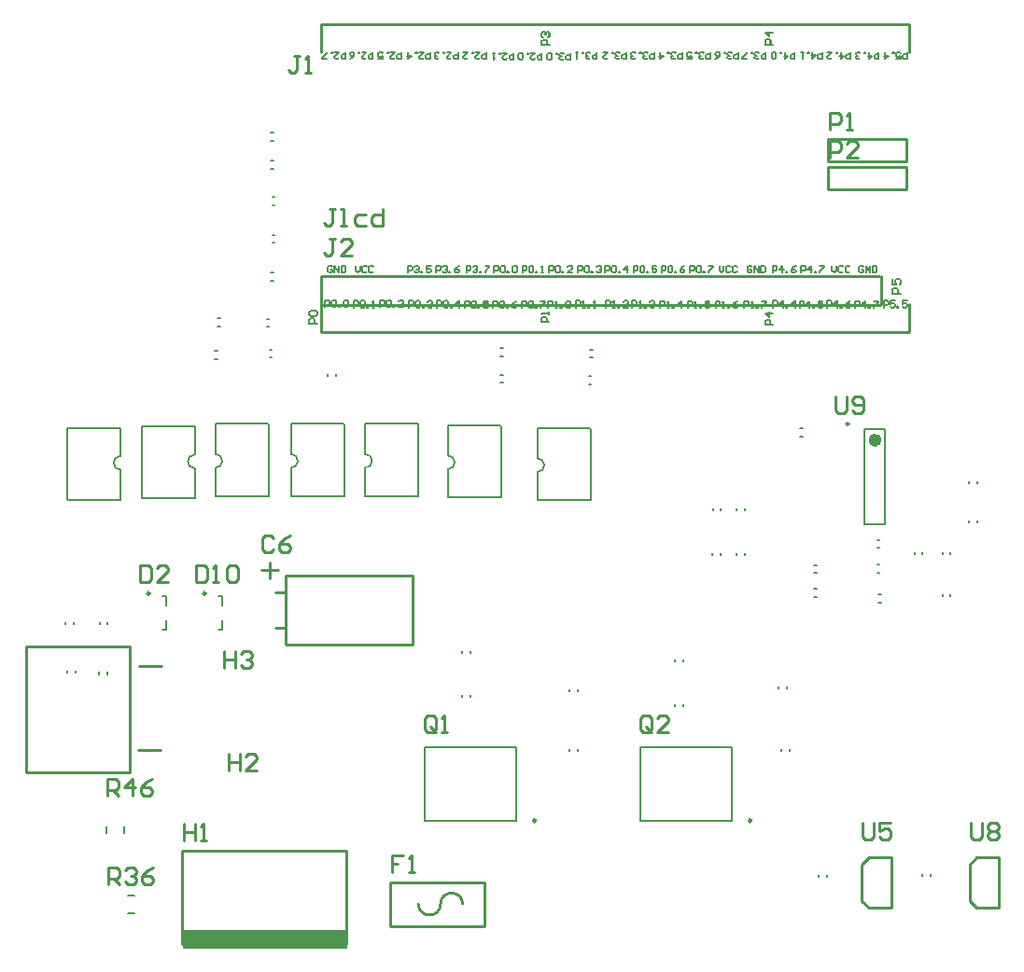
<source format=gto>
G04*
G04 #@! TF.GenerationSoftware,Altium Limited,Altium Designer,18.0.12 (696)*
G04*
G04 Layer_Color=65535*
%FSLAX25Y25*%
%MOIN*%
G70*
G01*
G75*
%ADD10C,0.01000*%
%ADD11C,0.00984*%
%ADD12C,0.00787*%
%ADD13C,0.02362*%
%ADD14R,0.59055X0.06500*%
D10*
X130726Y-86000D02*
G03*
X138600Y-86000I3937J0D01*
G01*
X146474Y-86000D02*
G03*
X138600Y-86000I-3937J0D01*
G01*
X154201Y-93874D02*
Y-78126D01*
X120736D02*
X154201D01*
X120736Y-93874D02*
Y-78126D01*
Y-93874D02*
X154201D01*
X46287Y-66815D02*
X46287Y-100279D01*
X105000D01*
X105000Y-66815D02*
X105000Y-100279D01*
X46287Y-66815D02*
X105000D01*
X74551Y33232D02*
X80457Y33232D01*
X77504Y30279D02*
Y36185D01*
X79473Y12563D02*
X83410D01*
X79472Y25358D02*
X83410Y25358D01*
X83409Y6657D02*
X83410Y11579D01*
X83409Y6657D02*
X104079Y6657D01*
X83409Y31264D02*
X128685D01*
X83409D02*
X83410Y11579D01*
X104079Y6657D02*
X128685D01*
Y31264D01*
X30700Y-30800D02*
X38500Y-30800D01*
X-9500Y-39000D02*
X27500D01*
X27500Y6000D01*
X-9500Y-39000D02*
X-9500Y6000D01*
X31000Y-1000D02*
X39000Y-1000D01*
X-9500Y6000D02*
X14075Y6000D01*
X27500Y6000D01*
X329969Y-87369D02*
X337969D01*
Y-69369D01*
X329969D02*
X337969D01*
X327469Y-71869D02*
X329969Y-69369D01*
X327469Y-84869D02*
Y-71869D01*
Y-84869D02*
X329969Y-87369D01*
X291469D02*
X299469D01*
Y-69369D01*
X291469D02*
X299469D01*
X288969Y-71869D02*
X291469Y-69369D01*
X288969Y-84869D02*
Y-71869D01*
Y-84869D02*
X291469Y-87369D01*
X296000Y131300D02*
Y138300D01*
X306000Y118300D02*
Y128300D01*
X96000Y118300D02*
Y128200D01*
Y118300D02*
X306000D01*
X96000Y138300D02*
X295400D01*
X296000Y128500D02*
Y138300D01*
X295700Y128200D02*
X296000Y128500D01*
X96200Y128200D02*
X295700D01*
X96000Y128400D02*
X96200Y128200D01*
X96000Y128400D02*
Y138300D01*
X296000Y131300D02*
Y138300D01*
X95900Y228300D02*
X305900D01*
X95900Y218300D02*
Y228300D01*
X305900Y218300D02*
Y228300D01*
X277000Y179300D02*
Y183300D01*
Y179300D02*
X305000D01*
Y187300D01*
X277000D02*
X305000D01*
X277000Y183300D02*
Y187300D01*
Y169300D02*
Y173300D01*
Y169300D02*
X305000D01*
Y177300D01*
X277000D02*
X305000D01*
X277000Y173300D02*
Y177300D01*
X79099Y44698D02*
X78099Y45698D01*
X76100D01*
X75100Y44698D01*
Y40700D01*
X76100Y39700D01*
X78099D01*
X79099Y40700D01*
X85097Y45698D02*
X83097Y44698D01*
X81098Y42699D01*
Y40700D01*
X82098Y39700D01*
X84097D01*
X85097Y40700D01*
Y41699D01*
X84097Y42699D01*
X81098D01*
X31200Y34998D02*
Y29000D01*
X34199D01*
X35199Y30000D01*
Y33998D01*
X34199Y34998D01*
X31200D01*
X41197Y29000D02*
X37198D01*
X41197Y32999D01*
Y33998D01*
X40197Y34998D01*
X38198D01*
X37198Y33998D01*
X51200Y34998D02*
Y29000D01*
X54199D01*
X55199Y30000D01*
Y33998D01*
X54199Y34998D01*
X51200D01*
X57198Y29000D02*
X59197D01*
X58198D01*
Y34998D01*
X57198Y33998D01*
X62196D02*
X63196Y34998D01*
X65196D01*
X66195Y33998D01*
Y30000D01*
X65196Y29000D01*
X63196D01*
X62196Y30000D01*
Y33998D01*
X125199Y-68602D02*
X121200D01*
Y-71601D01*
X123199D01*
X121200D01*
Y-74600D01*
X127198D02*
X129197D01*
X128198D01*
Y-68602D01*
X127198Y-69602D01*
X46800Y-57302D02*
Y-63300D01*
Y-60301D01*
X50799D01*
Y-57302D01*
Y-63300D01*
X52798D02*
X54797D01*
X53798D01*
Y-57302D01*
X52798Y-58302D01*
X62800Y-32402D02*
Y-38400D01*
Y-35401D01*
X66799D01*
Y-32402D01*
Y-38400D01*
X72797D02*
X68798D01*
X72797Y-34401D01*
Y-33402D01*
X71797Y-32402D01*
X69798D01*
X68798Y-33402D01*
X61200Y4392D02*
Y-1605D01*
Y1393D01*
X65199D01*
Y4392D01*
Y-1605D01*
X67198Y3393D02*
X68198Y4392D01*
X70197D01*
X71197Y3393D01*
Y2393D01*
X70197Y1393D01*
X69197D01*
X70197D01*
X71197Y394D01*
Y-606D01*
X70197Y-1605D01*
X68198D01*
X67198Y-606D01*
X136799Y-23600D02*
Y-19602D01*
X135799Y-18602D01*
X133800D01*
X132800Y-19602D01*
Y-23600D01*
X133800Y-24600D01*
X135799D01*
X134799Y-22601D02*
X136799Y-24600D01*
X135799D02*
X136799Y-23600D01*
X138798Y-24600D02*
X140797D01*
X139798D01*
Y-18602D01*
X138798Y-19602D01*
X213799Y-23600D02*
Y-19602D01*
X212799Y-18602D01*
X210800D01*
X209800Y-19602D01*
Y-23600D01*
X210800Y-24600D01*
X212799D01*
X211799Y-22601D02*
X213799Y-24600D01*
X212799D02*
X213799Y-23600D01*
X219797Y-24600D02*
X215798D01*
X219797Y-20601D01*
Y-19602D01*
X218797Y-18602D01*
X216798D01*
X215798Y-19602D01*
X19900Y-79100D02*
Y-73102D01*
X22899D01*
X23899Y-74102D01*
Y-76101D01*
X22899Y-77101D01*
X19900D01*
X21899D02*
X23899Y-79100D01*
X25898Y-74102D02*
X26898Y-73102D01*
X28897D01*
X29897Y-74102D01*
Y-75101D01*
X28897Y-76101D01*
X27897D01*
X28897D01*
X29897Y-77101D01*
Y-78100D01*
X28897Y-79100D01*
X26898D01*
X25898Y-78100D01*
X35895Y-73102D02*
X33895Y-74102D01*
X31896Y-76101D01*
Y-78100D01*
X32896Y-79100D01*
X34895D01*
X35895Y-78100D01*
Y-77101D01*
X34895Y-76101D01*
X31896D01*
X19600Y-47400D02*
Y-41402D01*
X22599D01*
X23599Y-42402D01*
Y-44401D01*
X22599Y-45401D01*
X19600D01*
X21599D02*
X23599Y-47400D01*
X28597D02*
Y-41402D01*
X25598Y-44401D01*
X29597D01*
X35595Y-41402D02*
X33595Y-42402D01*
X31596Y-44401D01*
Y-46400D01*
X32596Y-47400D01*
X34595D01*
X35595Y-46400D01*
Y-45401D01*
X34595Y-44401D01*
X31596D01*
X289450Y-57052D02*
Y-62050D01*
X290450Y-63050D01*
X292449D01*
X293449Y-62050D01*
Y-57052D01*
X299447D02*
X295448D01*
Y-60051D01*
X297447Y-59051D01*
X298447D01*
X299447Y-60051D01*
Y-62050D01*
X298447Y-63050D01*
X296448D01*
X295448Y-62050D01*
X327950Y-57052D02*
Y-62050D01*
X328950Y-63050D01*
X330949D01*
X331949Y-62050D01*
Y-57052D01*
X333948Y-58052D02*
X334948Y-57052D01*
X336947D01*
X337947Y-58052D01*
Y-59051D01*
X336947Y-60051D01*
X337947Y-61051D01*
Y-62050D01*
X336947Y-63050D01*
X334948D01*
X333948Y-62050D01*
Y-61051D01*
X334948Y-60051D01*
X333948Y-59051D01*
Y-58052D01*
X334948Y-60051D02*
X336947D01*
X100999Y151698D02*
X98999D01*
X99999D01*
Y146700D01*
X98999Y145700D01*
X98000D01*
X97000Y146700D01*
X106997Y145700D02*
X102998D01*
X106997Y149699D01*
Y150698D01*
X105997Y151698D01*
X103998D01*
X102998Y150698D01*
X101099Y162398D02*
X99099D01*
X100099D01*
Y157400D01*
X99099Y156400D01*
X98100D01*
X97100Y157400D01*
X103098Y156400D02*
X105097D01*
X104098D01*
Y162398D01*
X103098D01*
X112095Y160399D02*
X109096D01*
X108096Y159399D01*
Y157400D01*
X109096Y156400D01*
X112095D01*
X118093Y162398D02*
Y156400D01*
X115094D01*
X114094Y157400D01*
Y159399D01*
X115094Y160399D01*
X118093D01*
X88199Y217098D02*
X86199D01*
X87199D01*
Y212100D01*
X86199Y211100D01*
X85200D01*
X84200Y212100D01*
X90198Y211100D02*
X92197D01*
X91198D01*
Y217098D01*
X90198Y216098D01*
X277500Y190800D02*
Y196798D01*
X280499D01*
X281499Y195798D01*
Y193799D01*
X280499Y192799D01*
X277500D01*
X283498Y190800D02*
X285497D01*
X284498D01*
Y196798D01*
X283498Y195798D01*
X277500Y180800D02*
Y186798D01*
X280499D01*
X281499Y185798D01*
Y183799D01*
X280499Y182799D01*
X277500D01*
X287497Y180800D02*
X283498D01*
X287497Y184799D01*
Y185798D01*
X286497Y186798D01*
X284498D01*
X283498Y185798D01*
X279500Y95498D02*
Y90500D01*
X280500Y89500D01*
X282499D01*
X283499Y90500D01*
Y95498D01*
X285498Y90500D02*
X286498Y89500D01*
X288497D01*
X289497Y90500D01*
Y94498D01*
X288497Y95498D01*
X286498D01*
X285498Y94498D01*
Y93499D01*
X286498Y92499D01*
X289497D01*
D11*
X172606Y-56189D02*
G03*
X172606Y-56189I-492J0D01*
G01*
X249606D02*
G03*
X249606Y-56189I-492J0D01*
G01*
X34850Y24988D02*
G03*
X34850Y24988I-492J0D01*
G01*
X54850D02*
G03*
X54850Y24988I-492J0D01*
G01*
X284445Y85540D02*
G03*
X284445Y85540I-492J0D01*
G01*
D12*
X111623Y69846D02*
G03*
X111623Y74846I0J2500D01*
G01*
X173123Y68346D02*
G03*
X173123Y73346I0J2500D01*
G01*
X85123Y69846D02*
G03*
X85123Y74846I0J2500D01*
G01*
X24377Y74154D02*
G03*
X24377Y69154I0J-2500D01*
G01*
X58123Y69846D02*
G03*
X58123Y74846I0J2500D01*
G01*
X50877Y74654D02*
G03*
X50877Y69654I0J-2500D01*
G01*
X141123Y69346D02*
G03*
X141123Y74346I0J2500D01*
G01*
X273760Y-76394D02*
Y-75606D01*
X276713Y-76394D02*
Y-75606D01*
X59106Y123240D02*
X59894D01*
X59106Y120287D02*
X59894D01*
X58106Y108760D02*
X58894D01*
X58106Y111713D02*
X58894D01*
X191606Y99760D02*
X192394D01*
X191606Y102713D02*
X192394D01*
X78106Y136760D02*
X78894D01*
X78106Y139713D02*
X78894D01*
X192106Y109260D02*
X192894D01*
X192106Y112213D02*
X192894D01*
X160106Y109760D02*
X160894D01*
X160106Y112713D02*
X160894D01*
X320740Y24106D02*
Y24894D01*
X317787Y24106D02*
Y24894D01*
X295106Y21760D02*
X295894D01*
X295106Y24713D02*
X295894D01*
X320740Y39106D02*
Y39894D01*
X317787Y39106D02*
Y39894D01*
X294606Y41260D02*
X295394D01*
X294606Y44213D02*
X295394D01*
X310760Y-75894D02*
Y-75106D01*
X313713Y-75894D02*
Y-75106D01*
X294606Y35240D02*
X295394D01*
X294606Y32287D02*
X295394D01*
X310740Y39106D02*
Y39894D01*
X307787Y39106D02*
Y39894D01*
X267106Y81060D02*
X267894D01*
X267106Y84013D02*
X267894D01*
X160106Y100260D02*
X160894D01*
X160106Y103213D02*
X160894D01*
X327260Y64406D02*
Y65194D01*
X330213Y64406D02*
Y65194D01*
X238740Y54606D02*
Y55394D01*
X235787Y54606D02*
Y55394D01*
X222260Y-15394D02*
Y-14606D01*
X225213Y-15394D02*
Y-14606D01*
X222260Y606D02*
Y1394D01*
X225213Y606D02*
Y1394D01*
X327260Y50406D02*
Y51194D01*
X330213Y50406D02*
Y51194D01*
X244260Y54606D02*
Y55394D01*
X247213Y54606D02*
Y55394D01*
X101240Y102606D02*
Y103394D01*
X98287Y102606D02*
Y103394D01*
X184760Y-31394D02*
Y-30606D01*
X187713Y-31394D02*
Y-30606D01*
X184760Y-9894D02*
Y-9106D01*
X187713Y-9894D02*
Y-9106D01*
X133000Y-29811D02*
X165618D01*
X133000Y-56189D02*
X165618D01*
X133000D02*
Y-29811D01*
X165618Y-56189D02*
Y-29811D01*
X272106Y26740D02*
X272894D01*
X272106Y23787D02*
X272894D01*
X5260Y-3394D02*
Y-2606D01*
X8213Y-3394D02*
Y-2606D01*
X4760Y14106D02*
Y14894D01*
X7713Y14106D02*
Y14894D01*
X272106Y32260D02*
X272894D01*
X272106Y35213D02*
X272894D01*
X260260Y-31394D02*
Y-30606D01*
X263213Y-31394D02*
Y-30606D01*
X259260Y-8894D02*
Y-8106D01*
X262213Y-8894D02*
Y-8106D01*
X210000Y-29811D02*
X242618D01*
X210000Y-56189D02*
X242618D01*
X210000D02*
Y-29811D01*
X242618Y-56189D02*
Y-29811D01*
X235760Y38606D02*
Y39394D01*
X238713Y38606D02*
Y39394D01*
X26819Y-82850D02*
X29181D01*
X26819Y-89150D02*
X29181D01*
X40756Y12094D02*
Y15342D01*
X39181Y12094D02*
X40756D01*
Y20658D02*
Y23905D01*
X39181D02*
X40756D01*
X146260Y-11894D02*
Y-11106D01*
X149213Y-11894D02*
Y-11106D01*
X146260Y3606D02*
Y4394D01*
X149213Y3606D02*
Y4394D01*
X247240Y38606D02*
Y39394D01*
X244287Y38606D02*
Y39394D01*
X25650Y-60681D02*
Y-58319D01*
X19350Y-60681D02*
Y-58319D01*
X60756Y12094D02*
Y15342D01*
X59181Y12094D02*
X60756D01*
Y20658D02*
Y23905D01*
X59181D02*
X60756D01*
X111623Y59787D02*
Y69846D01*
Y74846D02*
Y85574D01*
X130678Y59787D02*
Y85377D01*
X111623Y85574D02*
X130481D01*
X111623Y59787D02*
X130678D01*
X173123Y58287D02*
Y68346D01*
Y73346D02*
Y84074D01*
X192178Y58287D02*
Y83877D01*
X173123Y84074D02*
X191981D01*
X173123Y58287D02*
X192178D01*
X85123Y59787D02*
Y69846D01*
Y74846D02*
Y85574D01*
X104178Y59787D02*
Y85377D01*
X85123Y85574D02*
X103981D01*
X85123Y59787D02*
X104178D01*
X24377Y74154D02*
Y84213D01*
Y58426D02*
Y69154D01*
X5322Y58623D02*
Y84213D01*
X5519Y58426D02*
X24377D01*
X5322Y84213D02*
X24377D01*
X58123Y59787D02*
Y69846D01*
Y74846D02*
Y85574D01*
X77178Y59787D02*
Y85377D01*
X58123Y85574D02*
X76981D01*
X58123Y59787D02*
X77178D01*
X76606Y120260D02*
X77394D01*
X76606Y123213D02*
X77394D01*
X77606Y109260D02*
X78394D01*
X77606Y112213D02*
X78394D01*
X78106Y176760D02*
X78894D01*
X78106Y179713D02*
X78894D01*
X78106Y186760D02*
X78894D01*
X78106Y189713D02*
X78894D01*
X78606Y163760D02*
X79394D01*
X78606Y166713D02*
X79394D01*
X78606Y150260D02*
X79394D01*
X78606Y153213D02*
X79394D01*
X19504Y-3890D02*
Y-3102D01*
X16551Y-3890D02*
Y-3102D01*
X19740Y14106D02*
Y14894D01*
X16787Y14106D02*
Y14894D01*
X289858Y49871D02*
X297142D01*
X289858Y83729D02*
X297142D01*
Y49871D02*
Y83729D01*
X289858Y49871D02*
Y83729D01*
X50877Y74654D02*
Y84713D01*
Y58926D02*
Y69654D01*
X31822Y59123D02*
Y84713D01*
X32019Y58926D02*
X50877D01*
X31822Y84713D02*
X50877D01*
X141123Y59287D02*
Y69346D01*
Y74346D02*
Y85074D01*
X160178Y59287D02*
Y84877D01*
X141123Y85074D02*
X159981D01*
X141123Y59287D02*
X160178D01*
X303000Y132100D02*
X299851D01*
Y133674D01*
X300376Y134199D01*
X301426D01*
X301951Y133674D01*
Y132100D01*
X299851Y137348D02*
Y135249D01*
X301426D01*
X300901Y136298D01*
Y136823D01*
X301426Y137348D01*
X302475D01*
X303000Y136823D01*
Y135773D01*
X302475Y135249D01*
X257400Y221200D02*
X254645D01*
Y222578D01*
X255104Y223037D01*
X256023D01*
X256482Y222578D01*
Y221200D01*
X257400Y225332D02*
X254645D01*
X256023Y223955D01*
Y225792D01*
X177500Y221000D02*
X174745D01*
Y222377D01*
X175204Y222837D01*
X176122D01*
X176582Y222377D01*
Y221000D01*
X175204Y223755D02*
X174745Y224214D01*
Y225132D01*
X175204Y225592D01*
X175663D01*
X176122Y225132D01*
Y224673D01*
Y225132D01*
X176582Y225592D01*
X177041D01*
X177500Y225132D01*
Y224214D01*
X177041Y223755D01*
X236800Y127100D02*
Y129461D01*
X237981D01*
X238374Y129068D01*
Y128281D01*
X237981Y127887D01*
X236800D01*
X239161Y127100D02*
X239949D01*
X239555D01*
Y129461D01*
X239161Y129068D01*
X241129Y127100D02*
Y127494D01*
X241523D01*
Y127100D01*
X241129D01*
X244672Y129461D02*
X243884Y129068D01*
X243097Y128281D01*
Y127494D01*
X243491Y127100D01*
X244278D01*
X244672Y127494D01*
Y127887D01*
X244278Y128281D01*
X243097D01*
X97400Y127300D02*
Y129661D01*
X98581D01*
X98974Y129268D01*
Y128481D01*
X98581Y128087D01*
X97400D01*
X99761Y129268D02*
X100155Y129661D01*
X100942D01*
X101336Y129268D01*
Y127694D01*
X100942Y127300D01*
X100155D01*
X99761Y127694D01*
Y129268D01*
X102123Y127300D02*
Y127694D01*
X102516D01*
Y127300D01*
X102123D01*
X104091Y129268D02*
X104484Y129661D01*
X105271D01*
X105665Y129268D01*
Y127694D01*
X105271Y127300D01*
X104484D01*
X104091Y127694D01*
Y129268D01*
X107600Y127200D02*
Y129561D01*
X108781D01*
X109174Y129168D01*
Y128381D01*
X108781Y127987D01*
X107600D01*
X109961Y129168D02*
X110355Y129561D01*
X111142D01*
X111536Y129168D01*
Y127594D01*
X111142Y127200D01*
X110355D01*
X109961Y127594D01*
Y129168D01*
X112323Y127200D02*
Y127594D01*
X112716D01*
Y127200D01*
X112323D01*
X114291D02*
X115078D01*
X114684D01*
Y129561D01*
X114291Y129168D01*
X117000Y127300D02*
Y129661D01*
X118181D01*
X118574Y129268D01*
Y128481D01*
X118181Y128087D01*
X117000D01*
X119361Y129268D02*
X119755Y129661D01*
X120542D01*
X120936Y129268D01*
Y127694D01*
X120542Y127300D01*
X119755D01*
X119361Y127694D01*
Y129268D01*
X121723Y127300D02*
Y127694D01*
X122116D01*
Y127300D01*
X121723D01*
X125265D02*
X123691D01*
X125265Y128874D01*
Y129268D01*
X124872Y129661D01*
X124084D01*
X123691Y129268D01*
X127400Y127200D02*
Y129561D01*
X128581D01*
X128974Y129168D01*
Y128381D01*
X128581Y127987D01*
X127400D01*
X129761Y129168D02*
X130155Y129561D01*
X130942D01*
X131336Y129168D01*
Y127594D01*
X130942Y127200D01*
X130155D01*
X129761Y127594D01*
Y129168D01*
X132123Y127200D02*
Y127594D01*
X132517D01*
Y127200D01*
X132123D01*
X134091Y129168D02*
X134484Y129561D01*
X135272D01*
X135665Y129168D01*
Y128774D01*
X135272Y128381D01*
X134878D01*
X135272D01*
X135665Y127987D01*
Y127594D01*
X135272Y127200D01*
X134484D01*
X134091Y127594D01*
X137400Y127200D02*
Y129561D01*
X138581D01*
X138974Y129168D01*
Y128381D01*
X138581Y127987D01*
X137400D01*
X139761Y129168D02*
X140155Y129561D01*
X140942D01*
X141336Y129168D01*
Y127594D01*
X140942Y127200D01*
X140155D01*
X139761Y127594D01*
Y129168D01*
X142123Y127200D02*
Y127594D01*
X142517D01*
Y127200D01*
X142123D01*
X145272D02*
Y129561D01*
X144091Y128381D01*
X145665D01*
X147300Y127100D02*
Y129461D01*
X148481D01*
X148874Y129068D01*
Y128281D01*
X148481Y127887D01*
X147300D01*
X149661Y129068D02*
X150055Y129461D01*
X150842D01*
X151236Y129068D01*
Y127494D01*
X150842Y127100D01*
X150055D01*
X149661Y127494D01*
Y129068D01*
X152023Y127100D02*
Y127494D01*
X152417D01*
Y127100D01*
X152023D01*
X155565Y129461D02*
X153991D01*
Y128281D01*
X154778Y128674D01*
X155172D01*
X155565Y128281D01*
Y127494D01*
X155172Y127100D01*
X154384D01*
X153991Y127494D01*
X157400Y127000D02*
Y129361D01*
X158581D01*
X158974Y128968D01*
Y128181D01*
X158581Y127787D01*
X157400D01*
X159761Y128968D02*
X160155Y129361D01*
X160942D01*
X161336Y128968D01*
Y127394D01*
X160942Y127000D01*
X160155D01*
X159761Y127394D01*
Y128968D01*
X162123Y127000D02*
Y127394D01*
X162516D01*
Y127000D01*
X162123D01*
X165665Y129361D02*
X164878Y128968D01*
X164091Y128181D01*
Y127394D01*
X164484Y127000D01*
X165271D01*
X165665Y127394D01*
Y127787D01*
X165271Y128181D01*
X164091D01*
X167700Y127000D02*
Y129361D01*
X168881D01*
X169274Y128968D01*
Y128181D01*
X168881Y127787D01*
X167700D01*
X170061Y128968D02*
X170455Y129361D01*
X171242D01*
X171636Y128968D01*
Y127394D01*
X171242Y127000D01*
X170455D01*
X170061Y127394D01*
Y128968D01*
X172423Y127000D02*
Y127394D01*
X172817D01*
Y127000D01*
X172423D01*
X174391Y129361D02*
X175965D01*
Y128968D01*
X174391Y127394D01*
Y127000D01*
X187000Y127200D02*
Y129561D01*
X188181D01*
X188574Y129168D01*
Y128381D01*
X188181Y127987D01*
X187000D01*
X189361Y127200D02*
X190149D01*
X189755D01*
Y129561D01*
X189361Y129168D01*
X191329Y127200D02*
Y127594D01*
X191723D01*
Y127200D01*
X191329D01*
X193297D02*
X194084D01*
X193691D01*
Y129561D01*
X193297Y129168D01*
X197700Y127200D02*
Y129561D01*
X198881D01*
X199274Y129168D01*
Y128381D01*
X198881Y127987D01*
X197700D01*
X200061Y127200D02*
X200849D01*
X200455D01*
Y129561D01*
X200061Y129168D01*
X202029Y127200D02*
Y127594D01*
X202423D01*
Y127200D01*
X202029D01*
X205572D02*
X203997D01*
X205572Y128774D01*
Y129168D01*
X205178Y129561D01*
X204391D01*
X203997Y129168D01*
X207100Y127200D02*
Y129561D01*
X208281D01*
X208674Y129168D01*
Y128381D01*
X208281Y127987D01*
X207100D01*
X209461Y127200D02*
X210249D01*
X209855D01*
Y129561D01*
X209461Y129168D01*
X211429Y127200D02*
Y127594D01*
X211823D01*
Y127200D01*
X211429D01*
X213397Y129168D02*
X213791Y129561D01*
X214578D01*
X214971Y129168D01*
Y128774D01*
X214578Y128381D01*
X214184D01*
X214578D01*
X214971Y127987D01*
Y127594D01*
X214578Y127200D01*
X213791D01*
X213397Y127594D01*
X217100Y127100D02*
Y129461D01*
X218281D01*
X218674Y129068D01*
Y128281D01*
X218281Y127887D01*
X217100D01*
X219461Y127100D02*
X220249D01*
X219855D01*
Y129461D01*
X219461Y129068D01*
X221429Y127100D02*
Y127494D01*
X221823D01*
Y127100D01*
X221429D01*
X224578D02*
Y129461D01*
X223397Y128281D01*
X224972D01*
X226900Y127100D02*
Y129461D01*
X228081D01*
X228474Y129068D01*
Y128281D01*
X228081Y127887D01*
X226900D01*
X229261Y127100D02*
X230049D01*
X229655D01*
Y129461D01*
X229261Y129068D01*
X231229Y127100D02*
Y127494D01*
X231623D01*
Y127100D01*
X231229D01*
X234771Y129461D02*
X233197D01*
Y128281D01*
X233984Y128674D01*
X234378D01*
X234771Y128281D01*
Y127494D01*
X234378Y127100D01*
X233591D01*
X233197Y127494D01*
X247100Y127100D02*
Y129461D01*
X248281D01*
X248674Y129068D01*
Y128281D01*
X248281Y127887D01*
X247100D01*
X249461Y127100D02*
X250249D01*
X249855D01*
Y129461D01*
X249461Y129068D01*
X251429Y127100D02*
Y127494D01*
X251823D01*
Y127100D01*
X251429D01*
X253397Y129461D02*
X254972D01*
Y129068D01*
X253397Y127494D01*
Y127100D01*
X286700D02*
Y129461D01*
X287881D01*
X288274Y129068D01*
Y128281D01*
X287881Y127887D01*
X286700D01*
X290242Y127100D02*
Y129461D01*
X289061Y128281D01*
X290636D01*
X291423Y127100D02*
Y127494D01*
X291816D01*
Y127100D01*
X291423D01*
X293391Y129461D02*
X294965D01*
Y129068D01*
X293391Y127494D01*
Y127100D01*
X296900Y127200D02*
Y129561D01*
X298081D01*
X298474Y129168D01*
Y128381D01*
X298081Y127987D01*
X296900D01*
X300836Y129561D02*
X299261D01*
Y128381D01*
X300049Y128774D01*
X300442D01*
X300836Y128381D01*
Y127594D01*
X300442Y127200D01*
X299655D01*
X299261Y127594D01*
X301623Y127200D02*
Y127594D01*
X302016D01*
Y127200D01*
X301623D01*
X305165Y129561D02*
X303591D01*
Y128381D01*
X304378Y128774D01*
X304771D01*
X305165Y128381D01*
Y127594D01*
X304771Y127200D01*
X303984D01*
X303591Y127594D01*
X257300Y121000D02*
X254545D01*
Y122378D01*
X255004Y122837D01*
X255923D01*
X256382Y122378D01*
Y121000D01*
X257300Y125133D02*
X254545D01*
X255923Y123755D01*
Y125592D01*
X177400Y122000D02*
X174645D01*
Y123378D01*
X175104Y123837D01*
X176023D01*
X176482Y123378D01*
Y122000D01*
X177400Y124755D02*
Y125673D01*
Y125214D01*
X174645D01*
X175104Y124755D01*
X94500Y121400D02*
X91745D01*
Y122777D01*
X92204Y123237D01*
X93123D01*
X93582Y122777D01*
Y121400D01*
X92204Y124155D02*
X91745Y124614D01*
Y125532D01*
X92204Y125992D01*
X94041D01*
X94500Y125532D01*
Y124614D01*
X94041Y124155D01*
X92204D01*
X276700Y127200D02*
Y129561D01*
X277881D01*
X278274Y129168D01*
Y128381D01*
X277881Y127987D01*
X276700D01*
X280242Y127200D02*
Y129561D01*
X279061Y128381D01*
X280636D01*
X281423Y127200D02*
Y127594D01*
X281816D01*
Y127200D01*
X281423D01*
X284965Y129561D02*
X284178Y129168D01*
X283391Y128381D01*
Y127594D01*
X283784Y127200D01*
X284572D01*
X284965Y127594D01*
Y127987D01*
X284572Y128381D01*
X283391D01*
X266800Y127100D02*
Y129461D01*
X267981D01*
X268374Y129068D01*
Y128281D01*
X267981Y127887D01*
X266800D01*
X270342Y127100D02*
Y129461D01*
X269161Y128281D01*
X270736D01*
X271523Y127100D02*
Y127494D01*
X271916D01*
Y127100D01*
X271523D01*
X275065Y129461D02*
X273491D01*
Y128281D01*
X274278Y128674D01*
X274672D01*
X275065Y128281D01*
Y127494D01*
X274672Y127100D01*
X273884D01*
X273491Y127494D01*
X177100Y127100D02*
Y129461D01*
X178281D01*
X178674Y129068D01*
Y128281D01*
X178281Y127887D01*
X177100D01*
X179461Y127100D02*
X180249D01*
X179855D01*
Y129461D01*
X179461Y129068D01*
X181429Y127100D02*
Y127494D01*
X181823D01*
Y127100D01*
X181429D01*
X183397Y129068D02*
X183791Y129461D01*
X184578D01*
X184971Y129068D01*
Y127494D01*
X184578Y127100D01*
X183791D01*
X183397Y127494D01*
Y129068D01*
X257300Y127200D02*
Y129561D01*
X258481D01*
X258874Y129168D01*
Y128381D01*
X258481Y127987D01*
X257300D01*
X260842Y127200D02*
Y129561D01*
X259661Y128381D01*
X261236D01*
X262023Y127200D02*
Y127594D01*
X262416D01*
Y127200D01*
X262023D01*
X265172D02*
Y129561D01*
X263991Y128381D01*
X265565D01*
X303000Y132100D02*
X299851D01*
Y133674D01*
X300376Y134199D01*
X301426D01*
X301951Y133674D01*
Y132100D01*
X299851Y137348D02*
Y135249D01*
X301426D01*
X300901Y136298D01*
Y136823D01*
X301426Y137348D01*
X302475D01*
X303000Y136823D01*
Y135773D01*
X302475Y135249D01*
X137000Y139600D02*
Y141961D01*
X138181D01*
X138574Y141568D01*
Y140781D01*
X138181Y140387D01*
X137000D01*
X139361Y141568D02*
X139755Y141961D01*
X140542D01*
X140936Y141568D01*
Y141174D01*
X140542Y140781D01*
X140149D01*
X140542D01*
X140936Y140387D01*
Y139994D01*
X140542Y139600D01*
X139755D01*
X139361Y139994D01*
X141723Y139600D02*
Y139994D01*
X142116D01*
Y139600D01*
X141723D01*
X145265Y141961D02*
X144478Y141568D01*
X143691Y140781D01*
Y139994D01*
X144084Y139600D01*
X144871D01*
X145265Y139994D01*
Y140387D01*
X144871Y140781D01*
X143691D01*
X289674Y141568D02*
X289281Y141961D01*
X288494D01*
X288100Y141568D01*
Y139994D01*
X288494Y139600D01*
X289281D01*
X289674Y139994D01*
Y140781D01*
X288887D01*
X290461Y139600D02*
Y141961D01*
X292036Y139600D01*
Y141961D01*
X292823D02*
Y139600D01*
X294004D01*
X294397Y139994D01*
Y141568D01*
X294004Y141961D01*
X292823D01*
X278400D02*
Y140387D01*
X279187Y139600D01*
X279974Y140387D01*
Y141961D01*
X282336Y141568D02*
X281942Y141961D01*
X281155D01*
X280761Y141568D01*
Y139994D01*
X281155Y139600D01*
X281942D01*
X282336Y139994D01*
X284697Y141568D02*
X284304Y141961D01*
X283516D01*
X283123Y141568D01*
Y139994D01*
X283516Y139600D01*
X284304D01*
X284697Y139994D01*
X267400Y139600D02*
Y141961D01*
X268581D01*
X268974Y141568D01*
Y140781D01*
X268581Y140387D01*
X267400D01*
X270942Y139600D02*
Y141961D01*
X269761Y140781D01*
X271336D01*
X272123Y139600D02*
Y139994D01*
X272516D01*
Y139600D01*
X272123D01*
X274091Y141961D02*
X275665D01*
Y141568D01*
X274091Y139994D01*
Y139600D01*
X126900D02*
Y141961D01*
X128081D01*
X128474Y141568D01*
Y140781D01*
X128081Y140387D01*
X126900D01*
X129261Y141568D02*
X129655Y141961D01*
X130442D01*
X130836Y141568D01*
Y141174D01*
X130442Y140781D01*
X130049D01*
X130442D01*
X130836Y140387D01*
Y139994D01*
X130442Y139600D01*
X129655D01*
X129261Y139994D01*
X131623Y139600D02*
Y139994D01*
X132017D01*
Y139600D01*
X131623D01*
X135165Y141961D02*
X133591D01*
Y140781D01*
X134378Y141174D01*
X134772D01*
X135165Y140781D01*
Y139994D01*
X134772Y139600D01*
X133984D01*
X133591Y139994D01*
X147800Y139600D02*
Y141961D01*
X148981D01*
X149374Y141568D01*
Y140781D01*
X148981Y140387D01*
X147800D01*
X150161Y141568D02*
X150555Y141961D01*
X151342D01*
X151736Y141568D01*
Y141174D01*
X151342Y140781D01*
X150949D01*
X151342D01*
X151736Y140387D01*
Y139994D01*
X151342Y139600D01*
X150555D01*
X150161Y139994D01*
X152523Y139600D02*
Y139994D01*
X152917D01*
Y139600D01*
X152523D01*
X154491Y141961D02*
X156065D01*
Y141568D01*
X154491Y139994D01*
Y139600D01*
X257200D02*
Y141961D01*
X258381D01*
X258774Y141568D01*
Y140781D01*
X258381Y140387D01*
X257200D01*
X260742Y139600D02*
Y141961D01*
X259561Y140781D01*
X261136D01*
X261923Y139600D02*
Y139994D01*
X262316D01*
Y139600D01*
X261923D01*
X265465Y141961D02*
X264678Y141568D01*
X263891Y140781D01*
Y139994D01*
X264284Y139600D01*
X265072D01*
X265465Y139994D01*
Y140387D01*
X265072Y140781D01*
X263891D01*
X249774Y141568D02*
X249381Y141961D01*
X248594D01*
X248200Y141568D01*
Y139994D01*
X248594Y139600D01*
X249381D01*
X249774Y139994D01*
Y140781D01*
X248987D01*
X250561Y139600D02*
Y141961D01*
X252136Y139600D01*
Y141961D01*
X252923D02*
Y139600D01*
X254104D01*
X254497Y139994D01*
Y141568D01*
X254104Y141961D01*
X252923D01*
X99974Y141568D02*
X99581Y141961D01*
X98794D01*
X98400Y141568D01*
Y139994D01*
X98794Y139600D01*
X99581D01*
X99974Y139994D01*
Y140781D01*
X99187D01*
X100761Y139600D02*
Y141961D01*
X102336Y139600D01*
Y141961D01*
X103123D02*
Y139600D01*
X104304D01*
X104697Y139994D01*
Y141568D01*
X104304Y141961D01*
X103123D01*
X108300D02*
Y140387D01*
X109087Y139600D01*
X109874Y140387D01*
Y141961D01*
X112236Y141568D02*
X111842Y141961D01*
X111055D01*
X110661Y141568D01*
Y139994D01*
X111055Y139600D01*
X111842D01*
X112236Y139994D01*
X114597Y141568D02*
X114204Y141961D01*
X113417D01*
X113023Y141568D01*
Y139994D01*
X113417Y139600D01*
X114204D01*
X114597Y139994D01*
X238200Y141961D02*
Y140387D01*
X238987Y139600D01*
X239774Y140387D01*
Y141961D01*
X242136Y141568D02*
X241742Y141961D01*
X240955D01*
X240561Y141568D01*
Y139994D01*
X240955Y139600D01*
X241742D01*
X242136Y139994D01*
X244497Y141568D02*
X244104Y141961D01*
X243316D01*
X242923Y141568D01*
Y139994D01*
X243316Y139600D01*
X244104D01*
X244497Y139994D01*
X157700Y139600D02*
Y141961D01*
X158881D01*
X159274Y141568D01*
Y140781D01*
X158881Y140387D01*
X157700D01*
X160061Y141568D02*
X160455Y141961D01*
X161242D01*
X161636Y141568D01*
Y139994D01*
X161242Y139600D01*
X160455D01*
X160061Y139994D01*
Y141568D01*
X162423Y139600D02*
Y139994D01*
X162817D01*
Y139600D01*
X162423D01*
X164391Y141568D02*
X164784Y141961D01*
X165571D01*
X165965Y141568D01*
Y139994D01*
X165571Y139600D01*
X164784D01*
X164391Y139994D01*
Y141568D01*
X177300Y139600D02*
Y141961D01*
X178481D01*
X178874Y141568D01*
Y140781D01*
X178481Y140387D01*
X177300D01*
X179661Y141568D02*
X180055Y141961D01*
X180842D01*
X181236Y141568D01*
Y139994D01*
X180842Y139600D01*
X180055D01*
X179661Y139994D01*
Y141568D01*
X182023Y139600D02*
Y139994D01*
X182416D01*
Y139600D01*
X182023D01*
X185565D02*
X183991D01*
X185565Y141174D01*
Y141568D01*
X185171Y141961D01*
X184384D01*
X183991Y141568D01*
X187700Y139600D02*
Y141961D01*
X188881D01*
X189274Y141568D01*
Y140781D01*
X188881Y140387D01*
X187700D01*
X190061Y141568D02*
X190455Y141961D01*
X191242D01*
X191636Y141568D01*
Y139994D01*
X191242Y139600D01*
X190455D01*
X190061Y139994D01*
Y141568D01*
X192423Y139600D02*
Y139994D01*
X192816D01*
Y139600D01*
X192423D01*
X194391Y141568D02*
X194784Y141961D01*
X195571D01*
X195965Y141568D01*
Y141174D01*
X195571Y140781D01*
X195178D01*
X195571D01*
X195965Y140387D01*
Y139994D01*
X195571Y139600D01*
X194784D01*
X194391Y139994D01*
X197400Y139600D02*
Y141961D01*
X198581D01*
X198974Y141568D01*
Y140781D01*
X198581Y140387D01*
X197400D01*
X199761Y141568D02*
X200155Y141961D01*
X200942D01*
X201336Y141568D01*
Y139994D01*
X200942Y139600D01*
X200155D01*
X199761Y139994D01*
Y141568D01*
X202123Y139600D02*
Y139994D01*
X202517D01*
Y139600D01*
X202123D01*
X205272D02*
Y141961D01*
X204091Y140781D01*
X205665D01*
X207500Y139600D02*
Y141961D01*
X208681D01*
X209074Y141568D01*
Y140781D01*
X208681Y140387D01*
X207500D01*
X209861Y141568D02*
X210255Y141961D01*
X211042D01*
X211436Y141568D01*
Y139994D01*
X211042Y139600D01*
X210255D01*
X209861Y139994D01*
Y141568D01*
X212223Y139600D02*
Y139994D01*
X212616D01*
Y139600D01*
X212223D01*
X215765Y141961D02*
X214191D01*
Y140781D01*
X214978Y141174D01*
X215371D01*
X215765Y140781D01*
Y139994D01*
X215371Y139600D01*
X214584D01*
X214191Y139994D01*
X217500Y139600D02*
Y141961D01*
X218681D01*
X219074Y141568D01*
Y140781D01*
X218681Y140387D01*
X217500D01*
X219861Y141568D02*
X220255Y141961D01*
X221042D01*
X221436Y141568D01*
Y139994D01*
X221042Y139600D01*
X220255D01*
X219861Y139994D01*
Y141568D01*
X222223Y139600D02*
Y139994D01*
X222616D01*
Y139600D01*
X222223D01*
X225765Y141961D02*
X224978Y141568D01*
X224191Y140781D01*
Y139994D01*
X224584Y139600D01*
X225372D01*
X225765Y139994D01*
Y140387D01*
X225372Y140781D01*
X224191D01*
X227700Y139600D02*
Y141961D01*
X228881D01*
X229274Y141568D01*
Y140781D01*
X228881Y140387D01*
X227700D01*
X230061Y141568D02*
X230455Y141961D01*
X231242D01*
X231636Y141568D01*
Y139994D01*
X231242Y139600D01*
X230455D01*
X230061Y139994D01*
Y141568D01*
X232423Y139600D02*
Y139994D01*
X232816D01*
Y139600D01*
X232423D01*
X234391Y141961D02*
X235965D01*
Y141568D01*
X234391Y139994D01*
Y139600D01*
X167800D02*
Y141961D01*
X168981D01*
X169374Y141568D01*
Y140781D01*
X168981Y140387D01*
X167800D01*
X170161Y141568D02*
X170555Y141961D01*
X171342D01*
X171736Y141568D01*
Y139994D01*
X171342Y139600D01*
X170555D01*
X170161Y139994D01*
Y141568D01*
X172523Y139600D02*
Y139994D01*
X172916D01*
Y139600D01*
X172523D01*
X174491D02*
X175278D01*
X174884D01*
Y141961D01*
X174491Y141568D01*
X257400Y221200D02*
X254645D01*
Y222578D01*
X255104Y223037D01*
X256023D01*
X256482Y222578D01*
Y221200D01*
X257400Y225332D02*
X254645D01*
X256023Y223955D01*
Y225792D01*
X177500Y221000D02*
X174745D01*
Y222377D01*
X175204Y222837D01*
X176122D01*
X176582Y222377D01*
Y221000D01*
X175204Y223755D02*
X174745Y224214D01*
Y225132D01*
X175204Y225592D01*
X175663D01*
X176122Y225132D01*
Y224673D01*
Y225132D01*
X176582Y225592D01*
X177041D01*
X177500Y225132D01*
Y224214D01*
X177041Y223755D01*
X285000Y218400D02*
Y216039D01*
X283819D01*
X283426Y216432D01*
Y217219D01*
X283819Y217613D01*
X285000D01*
X281458Y218400D02*
Y216039D01*
X282639Y217219D01*
X281064D01*
X280277Y218400D02*
Y218006D01*
X279884D01*
Y218400D01*
X280277D01*
X276735D02*
X278309D01*
X276735Y216826D01*
Y216432D01*
X277129Y216039D01*
X277916D01*
X278309Y216432D01*
X185000Y218100D02*
Y215739D01*
X183819D01*
X183426Y216132D01*
Y216919D01*
X183819Y217313D01*
X185000D01*
X182639Y216132D02*
X182245Y215739D01*
X181458D01*
X181064Y216132D01*
Y216526D01*
X181458Y216919D01*
X181851D01*
X181458D01*
X181064Y217313D01*
Y217706D01*
X181458Y218100D01*
X182245D01*
X182639Y217706D01*
X180277Y218100D02*
Y217706D01*
X179884D01*
Y218100D01*
X180277D01*
X178309Y216132D02*
X177916Y215739D01*
X177129D01*
X176735Y216132D01*
Y217706D01*
X177129Y218100D01*
X177916D01*
X178309Y217706D01*
Y216132D01*
X134900Y218400D02*
Y216039D01*
X133719D01*
X133326Y216432D01*
Y217219D01*
X133719Y217613D01*
X134900D01*
X130964Y218400D02*
X132539D01*
X130964Y216826D01*
Y216432D01*
X131358Y216039D01*
X132145D01*
X132539Y216432D01*
X130177Y218400D02*
Y218006D01*
X129783D01*
Y218400D01*
X130177D01*
X127029D02*
Y216039D01*
X128209Y217219D01*
X126635D01*
X155000Y218400D02*
Y216039D01*
X153819D01*
X153426Y216432D01*
Y217219D01*
X153819Y217613D01*
X155000D01*
X151064Y218400D02*
X152639D01*
X151064Y216826D01*
Y216432D01*
X151458Y216039D01*
X152245D01*
X152639Y216432D01*
X150277Y218400D02*
Y218006D01*
X149883D01*
Y218400D01*
X150277D01*
X146735D02*
X148309D01*
X146735Y216826D01*
Y216432D01*
X147128Y216039D01*
X147916D01*
X148309Y216432D01*
X144800Y218300D02*
Y215939D01*
X143619D01*
X143226Y216332D01*
Y217119D01*
X143619Y217513D01*
X144800D01*
X140864Y218300D02*
X142439D01*
X140864Y216726D01*
Y216332D01*
X141258Y215939D01*
X142045D01*
X142439Y216332D01*
X140077Y218300D02*
Y217906D01*
X139683D01*
Y218300D01*
X140077D01*
X138109Y216332D02*
X137716Y215939D01*
X136928D01*
X136535Y216332D01*
Y216726D01*
X136928Y217119D01*
X137322D01*
X136928D01*
X136535Y217513D01*
Y217906D01*
X136928Y218300D01*
X137716D01*
X138109Y217906D01*
X205000Y218400D02*
Y216039D01*
X203819D01*
X203426Y216432D01*
Y217219D01*
X203819Y217613D01*
X205000D01*
X202639Y216432D02*
X202245Y216039D01*
X201458D01*
X201064Y216432D01*
Y216826D01*
X201458Y217219D01*
X201851D01*
X201458D01*
X201064Y217613D01*
Y218006D01*
X201458Y218400D01*
X202245D01*
X202639Y218006D01*
X200277Y218400D02*
Y218006D01*
X199883D01*
Y218400D01*
X200277D01*
X196735D02*
X198309D01*
X196735Y216826D01*
Y216432D01*
X197128Y216039D01*
X197916D01*
X198309Y216432D01*
X257300Y221200D02*
X254545D01*
Y222578D01*
X255004Y223037D01*
X255923D01*
X256382Y222578D01*
Y221200D01*
X257300Y225332D02*
X254545D01*
X255923Y223955D01*
Y225792D01*
X177400Y221000D02*
X174645D01*
Y222377D01*
X175104Y222837D01*
X176023D01*
X176482Y222377D01*
Y221000D01*
X175104Y223755D02*
X174645Y224214D01*
Y225132D01*
X175104Y225592D01*
X175563D01*
X176023Y225132D01*
Y224673D01*
Y225132D01*
X176482Y225592D01*
X176941D01*
X177400Y225132D01*
Y224214D01*
X176941Y223755D01*
X174700Y218200D02*
Y215839D01*
X173519D01*
X173126Y216232D01*
Y217019D01*
X173519Y217413D01*
X174700D01*
X170764Y218200D02*
X172339D01*
X170764Y216626D01*
Y216232D01*
X171158Y215839D01*
X171945D01*
X172339Y216232D01*
X169977Y218200D02*
Y217806D01*
X169583D01*
Y218200D01*
X169977D01*
X168009Y216232D02*
X167616Y215839D01*
X166829D01*
X166435Y216232D01*
Y217806D01*
X166829Y218200D01*
X167616D01*
X168009Y217806D01*
Y216232D01*
X164700Y218200D02*
Y215839D01*
X163519D01*
X163126Y216232D01*
Y217019D01*
X163519Y217413D01*
X164700D01*
X160764Y218200D02*
X162339D01*
X160764Y216626D01*
Y216232D01*
X161158Y215839D01*
X161945D01*
X162339Y216232D01*
X159977Y218200D02*
Y217806D01*
X159583D01*
Y218200D01*
X159977D01*
X158009D02*
X157222D01*
X157616D01*
Y215839D01*
X158009Y216232D01*
X124600Y218400D02*
Y216039D01*
X123419D01*
X123026Y216432D01*
Y217219D01*
X123419Y217613D01*
X124600D01*
X120664Y218400D02*
X122239D01*
X120664Y216826D01*
Y216432D01*
X121058Y216039D01*
X121845D01*
X122239Y216432D01*
X119877Y218400D02*
Y218006D01*
X119483D01*
Y218400D01*
X119877D01*
X116335Y216039D02*
X117909D01*
Y217219D01*
X117122Y216826D01*
X116728D01*
X116335Y217219D01*
Y218006D01*
X116728Y218400D01*
X117516D01*
X117909Y218006D01*
X114400Y218400D02*
Y216039D01*
X113219D01*
X112826Y216432D01*
Y217219D01*
X113219Y217613D01*
X114400D01*
X110464Y218400D02*
X112039D01*
X110464Y216826D01*
Y216432D01*
X110858Y216039D01*
X111645D01*
X112039Y216432D01*
X109677Y218400D02*
Y218006D01*
X109283D01*
Y218400D01*
X109677D01*
X106135Y216039D02*
X106922Y216432D01*
X107709Y217219D01*
Y218006D01*
X107316Y218400D01*
X106528D01*
X106135Y218006D01*
Y217613D01*
X106528Y217219D01*
X107709D01*
X104700Y218400D02*
Y216039D01*
X103519D01*
X103126Y216432D01*
Y217219D01*
X103519Y217613D01*
X104700D01*
X100764Y218400D02*
X102339D01*
X100764Y216826D01*
Y216432D01*
X101158Y216039D01*
X101945D01*
X102339Y216432D01*
X99977Y218400D02*
Y218006D01*
X99584D01*
Y218400D01*
X99977D01*
X98009Y216039D02*
X96435D01*
Y216432D01*
X98009Y218006D01*
Y218400D01*
X194400Y218300D02*
Y215939D01*
X193219D01*
X192826Y216332D01*
Y217119D01*
X193219Y217513D01*
X194400D01*
X192039Y216332D02*
X191645Y215939D01*
X190858D01*
X190464Y216332D01*
Y216726D01*
X190858Y217119D01*
X191251D01*
X190858D01*
X190464Y217513D01*
Y217906D01*
X190858Y218300D01*
X191645D01*
X192039Y217906D01*
X189677Y218300D02*
Y217906D01*
X189284D01*
Y218300D01*
X189677D01*
X187709D02*
X186922D01*
X187316D01*
Y215939D01*
X187709Y216332D01*
X214900Y218400D02*
Y216039D01*
X213719D01*
X213326Y216432D01*
Y217219D01*
X213719Y217613D01*
X214900D01*
X212539Y216432D02*
X212145Y216039D01*
X211358D01*
X210964Y216432D01*
Y216826D01*
X211358Y217219D01*
X211751D01*
X211358D01*
X210964Y217613D01*
Y218006D01*
X211358Y218400D01*
X212145D01*
X212539Y218006D01*
X210177Y218400D02*
Y218006D01*
X209784D01*
Y218400D01*
X210177D01*
X208209Y216432D02*
X207816Y216039D01*
X207029D01*
X206635Y216432D01*
Y216826D01*
X207029Y217219D01*
X207422D01*
X207029D01*
X206635Y217613D01*
Y218006D01*
X207029Y218400D01*
X207816D01*
X208209Y218006D01*
X224900Y218400D02*
Y216039D01*
X223719D01*
X223326Y216432D01*
Y217219D01*
X223719Y217613D01*
X224900D01*
X222539Y216432D02*
X222145Y216039D01*
X221358D01*
X220964Y216432D01*
Y216826D01*
X221358Y217219D01*
X221751D01*
X221358D01*
X220964Y217613D01*
Y218006D01*
X221358Y218400D01*
X222145D01*
X222539Y218006D01*
X220177Y218400D02*
Y218006D01*
X219784D01*
Y218400D01*
X220177D01*
X217028D02*
Y216039D01*
X218209Y217219D01*
X216635D01*
X234900Y218400D02*
Y216039D01*
X233719D01*
X233326Y216432D01*
Y217219D01*
X233719Y217613D01*
X234900D01*
X232539Y216432D02*
X232145Y216039D01*
X231358D01*
X230964Y216432D01*
Y216826D01*
X231358Y217219D01*
X231751D01*
X231358D01*
X230964Y217613D01*
Y218006D01*
X231358Y218400D01*
X232145D01*
X232539Y218006D01*
X230177Y218400D02*
Y218006D01*
X229784D01*
Y218400D01*
X230177D01*
X226635Y216039D02*
X228209D01*
Y217219D01*
X227422Y216826D01*
X227028D01*
X226635Y217219D01*
Y218006D01*
X227028Y218400D01*
X227816D01*
X228209Y218006D01*
X245000Y218400D02*
Y216039D01*
X243819D01*
X243426Y216432D01*
Y217219D01*
X243819Y217613D01*
X245000D01*
X242639Y216432D02*
X242245Y216039D01*
X241458D01*
X241064Y216432D01*
Y216826D01*
X241458Y217219D01*
X241851D01*
X241458D01*
X241064Y217613D01*
Y218006D01*
X241458Y218400D01*
X242245D01*
X242639Y218006D01*
X240277Y218400D02*
Y218006D01*
X239884D01*
Y218400D01*
X240277D01*
X236735Y216039D02*
X237522Y216432D01*
X238309Y217219D01*
Y218006D01*
X237916Y218400D01*
X237128D01*
X236735Y218006D01*
Y217613D01*
X237128Y217219D01*
X238309D01*
X254700Y218400D02*
Y216039D01*
X253519D01*
X253126Y216432D01*
Y217219D01*
X253519Y217613D01*
X254700D01*
X252339Y216432D02*
X251945Y216039D01*
X251158D01*
X250764Y216432D01*
Y216826D01*
X251158Y217219D01*
X251551D01*
X251158D01*
X250764Y217613D01*
Y218006D01*
X251158Y218400D01*
X251945D01*
X252339Y218006D01*
X249977Y218400D02*
Y218006D01*
X249584D01*
Y218400D01*
X249977D01*
X248009Y216039D02*
X246435D01*
Y216432D01*
X248009Y218006D01*
Y218400D01*
X265100D02*
Y216039D01*
X263919D01*
X263526Y216432D01*
Y217219D01*
X263919Y217613D01*
X265100D01*
X261558Y218400D02*
Y216039D01*
X262739Y217219D01*
X261164D01*
X260377Y218400D02*
Y218006D01*
X259984D01*
Y218400D01*
X260377D01*
X258409Y216432D02*
X258016Y216039D01*
X257228D01*
X256835Y216432D01*
Y218006D01*
X257228Y218400D01*
X258016D01*
X258409Y218006D01*
Y216432D01*
X274900Y218500D02*
Y216139D01*
X273719D01*
X273326Y216532D01*
Y217319D01*
X273719Y217713D01*
X274900D01*
X271358Y218500D02*
Y216139D01*
X272539Y217319D01*
X270964D01*
X270177Y218500D02*
Y218106D01*
X269784D01*
Y218500D01*
X270177D01*
X268209D02*
X267422D01*
X267816D01*
Y216139D01*
X268209Y216532D01*
X295100Y218400D02*
Y216039D01*
X293919D01*
X293526Y216432D01*
Y217219D01*
X293919Y217613D01*
X295100D01*
X291558Y218400D02*
Y216039D01*
X292739Y217219D01*
X291164D01*
X290377Y218400D02*
Y218006D01*
X289984D01*
Y218400D01*
X290377D01*
X288409Y216432D02*
X288016Y216039D01*
X287228D01*
X286835Y216432D01*
Y216826D01*
X287228Y217219D01*
X287622D01*
X287228D01*
X286835Y217613D01*
Y218006D01*
X287228Y218400D01*
X288016D01*
X288409Y218006D01*
X305200Y218400D02*
Y216039D01*
X304019D01*
X303626Y216432D01*
Y217219D01*
X304019Y217613D01*
X305200D01*
X301264Y216039D02*
X302839D01*
Y217219D01*
X302051Y216826D01*
X301658D01*
X301264Y217219D01*
Y218006D01*
X301658Y218400D01*
X302445D01*
X302839Y218006D01*
X300477Y218400D02*
Y218006D01*
X300084D01*
Y218400D01*
X300477D01*
X297328D02*
Y216039D01*
X298509Y217219D01*
X296935D01*
D13*
X294976Y79792D02*
G03*
X294976Y79792I-1181J0D01*
G01*
D14*
X76028Y-98750D02*
D03*
M02*

</source>
